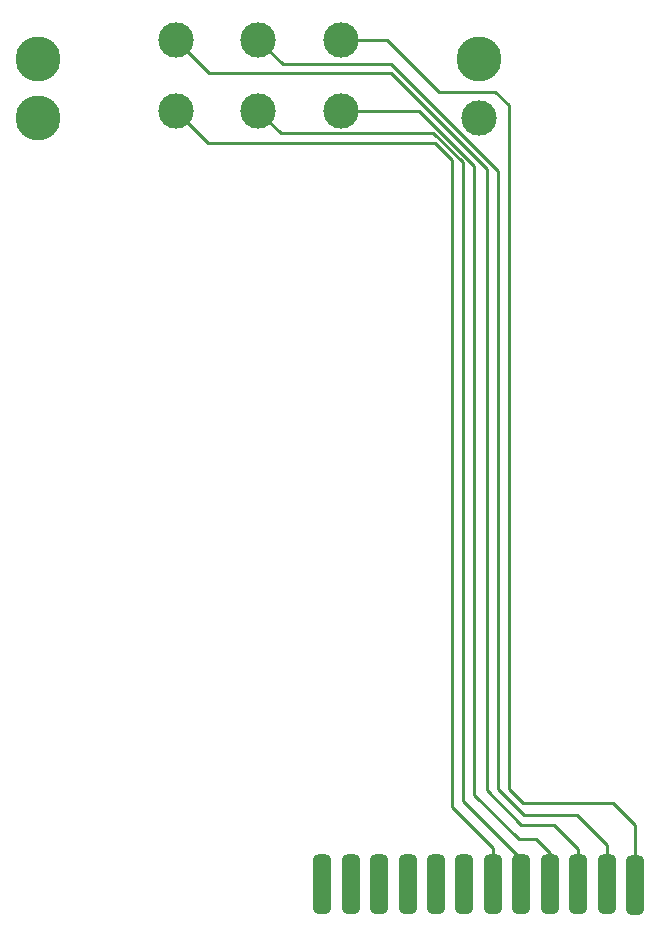
<source format=gbl>
G04 #@! TF.GenerationSoftware,KiCad,Pcbnew,7.0.7*
G04 #@! TF.CreationDate,2024-12-02T13:56:48+01:00*
G04 #@! TF.ProjectId,Finger_FSR_V1_length,46696e67-6572-45f4-9653-525f56315f6c,rev?*
G04 #@! TF.SameCoordinates,Original*
G04 #@! TF.FileFunction,Copper,L2,Bot*
G04 #@! TF.FilePolarity,Positive*
%FSLAX46Y46*%
G04 Gerber Fmt 4.6, Leading zero omitted, Abs format (unit mm)*
G04 Created by KiCad (PCBNEW 7.0.7) date 2024-12-02 13:56:48*
%MOMM*%
%LPD*%
G01*
G04 APERTURE LIST*
G04 Aperture macros list*
%AMRoundRect*
0 Rectangle with rounded corners*
0 $1 Rounding radius*
0 $2 $3 $4 $5 $6 $7 $8 $9 X,Y pos of 4 corners*
0 Add a 4 corners polygon primitive as box body*
4,1,4,$2,$3,$4,$5,$6,$7,$8,$9,$2,$3,0*
0 Add four circle primitives for the rounded corners*
1,1,$1+$1,$2,$3*
1,1,$1+$1,$4,$5*
1,1,$1+$1,$6,$7*
1,1,$1+$1,$8,$9*
0 Add four rect primitives between the rounded corners*
20,1,$1+$1,$2,$3,$4,$5,0*
20,1,$1+$1,$4,$5,$6,$7,0*
20,1,$1+$1,$6,$7,$8,$9,0*
20,1,$1+$1,$8,$9,$2,$3,0*%
G04 Aperture macros list end*
G04 #@! TA.AperFunction,ComponentPad*
%ADD10C,3.000000*%
G04 #@! TD*
G04 #@! TA.AperFunction,ComponentPad*
%ADD11C,3.800000*%
G04 #@! TD*
G04 #@! TA.AperFunction,SMDPad,CuDef*
%ADD12RoundRect,0.375000X-0.375000X2.125000X-0.375000X-2.125000X0.375000X-2.125000X0.375000X2.125000X0*%
G04 #@! TD*
G04 #@! TA.AperFunction,SMDPad,CuDef*
%ADD13C,3.000000*%
G04 #@! TD*
G04 #@! TA.AperFunction,SMDPad,CuDef*
%ADD14RoundRect,0.375000X0.375000X-2.125000X0.375000X2.125000X-0.375000X2.125000X-0.375000X-2.125000X0*%
G04 #@! TD*
G04 #@! TA.AperFunction,ViaPad*
%ADD15C,0.800000*%
G04 #@! TD*
G04 #@! TA.AperFunction,Conductor*
%ADD16C,0.250000*%
G04 #@! TD*
G04 APERTURE END LIST*
D10*
X153450000Y-78650000D03*
D11*
X153450000Y-73650000D03*
X116150000Y-73650000D03*
X116150000Y-78650000D03*
D12*
X159469228Y-143500000D03*
X161876920Y-143500000D03*
D13*
X134800000Y-72000000D03*
D12*
X142615384Y-143500000D03*
X157061536Y-143500000D03*
D13*
X127800000Y-72000000D03*
D12*
X140207692Y-143500000D03*
X149838460Y-143500000D03*
X147430768Y-143500000D03*
X152246152Y-143500000D03*
X166692304Y-143570000D03*
D13*
X141800000Y-78000000D03*
X141800000Y-72000000D03*
X127800000Y-78000000D03*
D14*
X164284612Y-143500000D03*
D13*
X134800000Y-78000000D03*
D12*
X145023076Y-143500000D03*
X154653844Y-143500000D03*
D15*
X152246152Y-143500000D03*
X149838460Y-143500000D03*
X147430768Y-143500000D03*
X145023076Y-143500000D03*
X142615384Y-143500000D03*
X140207692Y-143500000D03*
D16*
X130600000Y-74800000D02*
X146000000Y-74800000D01*
X146000000Y-74800000D02*
X154130000Y-82930000D01*
X161876920Y-140536920D02*
X161876920Y-143500000D01*
X127800000Y-72000000D02*
X130600000Y-74800000D01*
X157070000Y-138480000D02*
X159820000Y-138480000D01*
X159820000Y-138480000D02*
X161876920Y-140536920D01*
X154130000Y-82930000D02*
X154130000Y-135540000D01*
X154130000Y-135540000D02*
X157070000Y-138480000D01*
X154653844Y-140403844D02*
X151230000Y-136980000D01*
X154653844Y-143500000D02*
X154653844Y-140403844D01*
X151230000Y-136980000D02*
X151230000Y-82203838D01*
X151230000Y-82203838D02*
X149726162Y-80700000D01*
X130500000Y-80700000D02*
X127800000Y-78000000D01*
X149726162Y-80700000D02*
X130500000Y-80700000D01*
X150100000Y-76390000D02*
X154860000Y-76390000D01*
X154860000Y-76390000D02*
X156025000Y-77555000D01*
X145710000Y-72000000D02*
X150100000Y-76390000D01*
X166692304Y-138502304D02*
X166692304Y-143570000D01*
X157193838Y-136620000D02*
X164810000Y-136620000D01*
X156025000Y-77555000D02*
X156025000Y-135451162D01*
X156025000Y-135451162D02*
X157193838Y-136620000D01*
X141800000Y-72000000D02*
X145710000Y-72000000D01*
X164810000Y-136620000D02*
X166692304Y-138502304D01*
X156850000Y-139660000D02*
X153090000Y-135900000D01*
X148376396Y-78000000D02*
X141800000Y-78000000D01*
X153090000Y-82713604D02*
X148376396Y-78000000D01*
X159469228Y-140849228D02*
X158280000Y-139660000D01*
X159469228Y-143500000D02*
X159469228Y-140849228D01*
X153090000Y-135900000D02*
X153090000Y-82713604D01*
X158280000Y-139660000D02*
X156850000Y-139660000D01*
X161750000Y-137650000D02*
X157300000Y-137650000D01*
X146060000Y-74070000D02*
X136870000Y-74070000D01*
X157300000Y-137650000D02*
X155100000Y-135450000D01*
X155100000Y-135450000D02*
X155100000Y-83110000D01*
X164284612Y-140184612D02*
X161750000Y-137650000D01*
X164284612Y-143500000D02*
X164284612Y-140184612D01*
X155100000Y-83110000D02*
X146060000Y-74070000D01*
X136870000Y-74070000D02*
X134800000Y-72000000D01*
X149620000Y-79880000D02*
X152080000Y-82340000D01*
X152080000Y-82340000D02*
X152080000Y-136410000D01*
X134800000Y-78000000D02*
X136680000Y-79880000D01*
X152080000Y-136410000D02*
X157061536Y-141391536D01*
X136680000Y-79880000D02*
X149620000Y-79880000D01*
X157061536Y-141391536D02*
X157061536Y-143500000D01*
M02*

</source>
